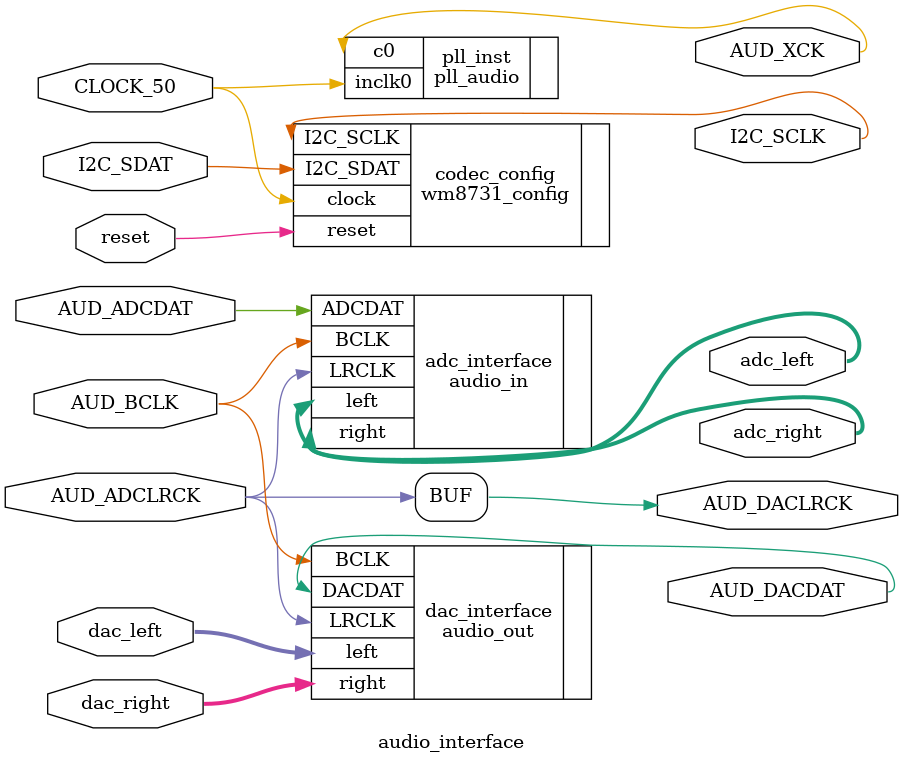
<source format=v>
module audio_interface(
    input CLOCK_50,  // main FPGA clock, must be 50 MHz
    input reset,     // active-high reset for codec configuration

    // I2S interface
    input  AUD_ADCLRCK,
    input  AUD_ADCDAT,
    input  AUD_BCLK,
    output AUD_DACLRCK,
    output AUD_DACDAT,
    output AUD_XCK,

    // I2C interface
    output I2C_SCLK,
    inout  I2C_SDAT,

    // Clean sample buses to passthrough
    output signed [15:0] adc_left,
    output signed [15:0] adc_right,
    input  signed [15:0] dac_left,
    input  signed [15:0] dac_right
);

    // PLL: generate AUD_XCK from 50 MHz
    pll_audio pll_inst (
        .inclk0(CLOCK_50),
        .c0(AUD_XCK)
    );

    // Configure WM8731 at startup
    wm8731_config codec_config (
        .clock(CLOCK_50),
        .reset(reset),

        .I2C_SCLK(I2C_SCLK),
        .I2C_SDAT(I2C_SDAT)
    );

    // I2S receiver: ADC -> 16-bit samples
    audio_in adc_interface (
        .BCLK(AUD_BCLK),
        .LRCLK(AUD_ADCLRCK),
        .ADCDAT(AUD_ADCDAT),
        .left(adc_left),
        .right(adc_right)
    );

    // I2S transmitter: 16-bit samples -> DAC
    audio_out dac_interface (
        .BCLK(AUD_BCLK),
        .LRCLK(AUD_DACLRCK),
        .left(dac_left),
        .right(dac_right),
        .DACDAT(AUD_DACDAT)
    );

    // For now: pass ADC LR clock directly to DAC LR clock
    assign AUD_DACLRCK = AUD_ADCLRCK;

endmodule

</source>
